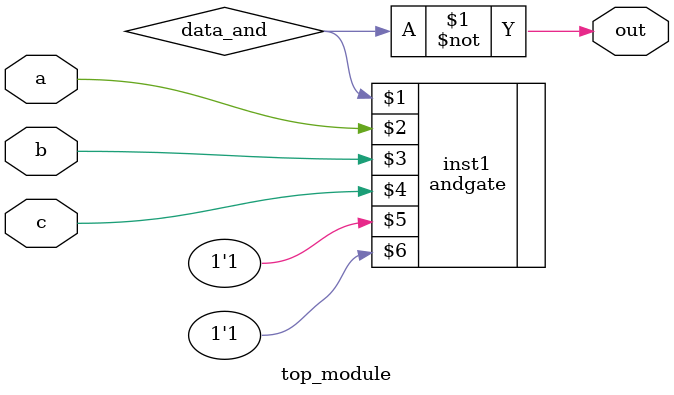
<source format=v>
/*
module andgate ( output out, input a, input b, input c, input d, input e );

module top_module (input a, input b, input c, output out);//

    andgate inst1 ( a, b, c, out );

endmodule
*/
module top_module (input a, input b, input c, output out);//
	wire data_and;

    andgate inst1 (data_and,a, b, c,1'b1,1'b1);
    
	assign out = ~ data_and;

endmodule

</source>
